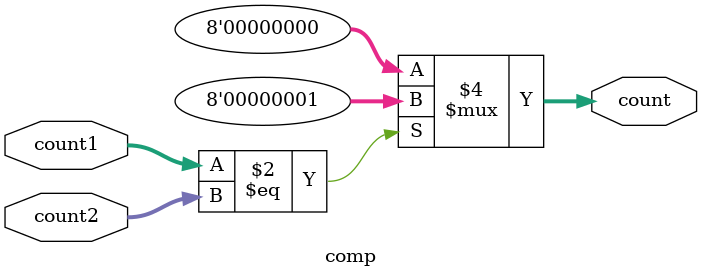
<source format=v>
`timescale 1ns / 1ps

module comp(input [7:0] count2,input [7:0] count1,
            
            output reg [7:0] count
    );
    

	 
always@(count1 or count2 )
	begin
	
	if (count1 == count2)		
			begin
		      count <= 1;	
		      end
          
    else
    begin 
    count <= 0;
    end			
			/*if((&count1))	
				begin
					if((&count2))
						begin
						out<=1;
						end
				end		*/
	end
	
endmodule
</source>
